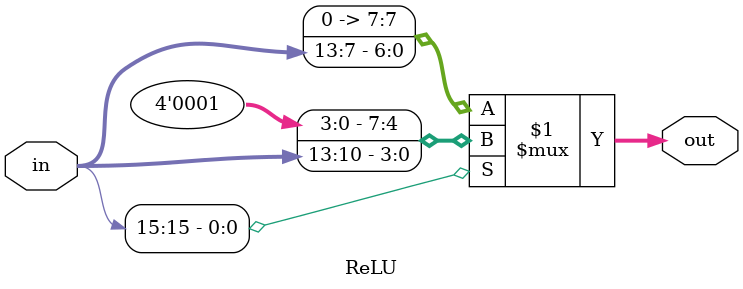
<source format=v>
module ReLU(in,out);
   // 1 sign bit, 3 decimal, 12 fractional
   input signed [15:0] in;
   // 1 sign bit, 2 decimal, 5 fractional
   output [7:0] out;
   // if negative output = in/8 
   // if positive output = in
   assign out = in[15] ? {4'b1,in[13:10]} : {1'b0,in[13:7]}; 
endmodule

</source>
